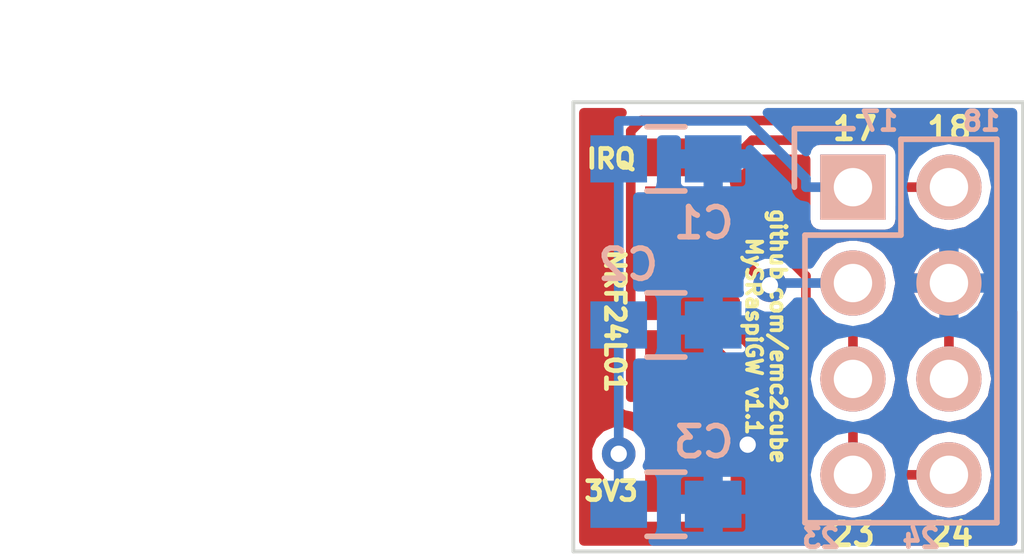
<source format=kicad_pcb>
(kicad_pcb (version 4) (host pcbnew 4.0.4-stable)

  (general
    (links 14)
    (no_connects 0)
    (area 53.949999 34.049999 65.950001 46.050001)
    (thickness 1.6002)
    (drawings 16)
    (tracks 71)
    (zones 0)
    (modules 5)
    (nets 9)
  )

  (page A4)
  (layers
    (0 Top signal)
    (31 Bottom signal)
    (32 B.Adhes user)
    (33 F.Adhes user)
    (34 B.Paste user)
    (35 F.Paste user)
    (36 B.SilkS user)
    (37 F.SilkS user)
    (38 B.Mask user)
    (39 F.Mask user)
    (40 Dwgs.User user)
    (41 Cmts.User user)
    (42 Eco1.User user)
    (43 Eco2.User user)
    (44 Edge.Cuts user)
    (45 Margin user)
    (46 B.CrtYd user)
    (47 F.CrtYd user)
    (48 B.Fab user)
    (49 F.Fab user)
  )

  (setup
    (last_trace_width 0.254)
    (trace_clearance 0.254)
    (zone_clearance 0.1016)
    (zone_45_only no)
    (trace_min 0.1524)
    (segment_width 0.2)
    (edge_width 0.1)
    (via_size 0.889)
    (via_drill 0.4318)
    (via_min_size 0.6858)
    (via_min_drill 0.3302)
    (uvia_size 0.762)
    (uvia_drill 0.508)
    (uvias_allowed no)
    (uvia_min_size 0)
    (uvia_min_drill 0)
    (pcb_text_width 0.3)
    (pcb_text_size 1.5 1.5)
    (mod_edge_width 0.15)
    (mod_text_size 1 1)
    (mod_text_width 0.15)
    (pad_size 1 2)
    (pad_drill 0)
    (pad_to_mask_clearance 0)
    (aux_axis_origin 0 0)
    (visible_elements FFFFFFFF)
    (pcbplotparams
      (layerselection 0x010f0_80000001)
      (usegerberextensions true)
      (excludeedgelayer true)
      (linewidth 0.100000)
      (plotframeref false)
      (viasonmask false)
      (mode 1)
      (useauxorigin false)
      (hpglpennumber 1)
      (hpglpenspeed 20)
      (hpglpendiameter 15)
      (hpglpenoverlay 2)
      (psnegative false)
      (psa4output false)
      (plotreference true)
      (plotvalue true)
      (plotinvisibletext false)
      (padsonsilk false)
      (subtractmaskfromsilk false)
      (outputformat 1)
      (mirror false)
      (drillshape 0)
      (scaleselection 1)
      (outputdirectory ""))
  )

  (net 0 "")
  (net 1 +3V3)
  (net 2 GND)
  (net 3 MOSI)
  (net 4 MISO)
  (net 5 CE)
  (net 6 SCK)
  (net 7 CSN)
  (net 8 IRQ)

  (net_class Default "Ceci est la Netclass par défaut"
    (clearance 0.254)
    (trace_width 0.254)
    (via_dia 0.889)
    (via_drill 0.4318)
    (uvia_dia 0.762)
    (uvia_drill 0.508)
    (add_net +3V3)
    (add_net CE)
    (add_net CSN)
    (add_net GND)
    (add_net IRQ)
    (add_net MISO)
    (add_net MOSI)
    (add_net SCK)
  )

  (net_class VCC ""
    (clearance 0.3048)
    (trace_width 0.508)
    (via_dia 1.143)
    (via_drill 0.635)
    (uvia_dia 0.762)
    (uvia_drill 0.508)
  )

  (module Capacitors_SMD:C_0805_HandSoldering (layer Bottom) (tedit 574AADBC) (tstamp 573AD2DE)
    (at 56.45 35.6)
    (descr "Capacitor SMD 0805, hand soldering")
    (tags "capacitor 0805")
    (path /573AD2DF)
    (attr smd)
    (fp_text reference C1 (at 1 1.7) (layer B.SilkS)
      (effects (font (size 0.8 0.8) (thickness 0.15)) (justify mirror))
    )
    (fp_text value 0.1µF (at 0 -2.1) (layer B.Fab)
      (effects (font (size 1 1) (thickness 0.15)) (justify mirror))
    )
    (fp_line (start -2.3 1) (end 2.3 1) (layer B.CrtYd) (width 0.05))
    (fp_line (start -2.3 -1) (end 2.3 -1) (layer B.CrtYd) (width 0.05))
    (fp_line (start -2.3 1) (end -2.3 -1) (layer B.CrtYd) (width 0.05))
    (fp_line (start 2.3 1) (end 2.3 -1) (layer B.CrtYd) (width 0.05))
    (fp_line (start 0.5 0.85) (end -0.5 0.85) (layer B.SilkS) (width 0.15))
    (fp_line (start -0.5 -0.85) (end 0.5 -0.85) (layer B.SilkS) (width 0.15))
    (pad 1 smd rect (at -1.25 0) (size 1.5 1.25) (layers Bottom B.Paste B.Mask)
      (net 1 +3V3))
    (pad 2 smd rect (at 1.25 0) (size 1.5 1.25) (layers Bottom B.Paste B.Mask)
      (net 2 GND))
    (model Capacitors_SMD.3dshapes/C_0805_HandSoldering.wrl
      (at (xyz 0 0 0))
      (scale (xyz 1 1 1))
      (rotate (xyz 0 0 0))
    )
  )

  (module Capacitors_SMD:C_0805_HandSoldering (layer Bottom) (tedit 574AADD1) (tstamp 573AD2E4)
    (at 56.45 40)
    (descr "Capacitor SMD 0805, hand soldering")
    (tags "capacitor 0805")
    (path /5701C54D)
    (attr smd)
    (fp_text reference C2 (at -1 -1.6) (layer B.SilkS)
      (effects (font (size 0.8 0.8) (thickness 0.15)) (justify mirror))
    )
    (fp_text value 4.7µF (at 0 -2.1) (layer B.Fab)
      (effects (font (size 1 1) (thickness 0.15)) (justify mirror))
    )
    (fp_line (start -2.3 1) (end 2.3 1) (layer B.CrtYd) (width 0.05))
    (fp_line (start -2.3 -1) (end 2.3 -1) (layer B.CrtYd) (width 0.05))
    (fp_line (start -2.3 1) (end -2.3 -1) (layer B.CrtYd) (width 0.05))
    (fp_line (start 2.3 1) (end 2.3 -1) (layer B.CrtYd) (width 0.05))
    (fp_line (start 0.5 0.85) (end -0.5 0.85) (layer B.SilkS) (width 0.15))
    (fp_line (start -0.5 -0.85) (end 0.5 -0.85) (layer B.SilkS) (width 0.15))
    (pad 1 smd rect (at -1.25 0) (size 1.5 1.25) (layers Bottom B.Paste B.Mask)
      (net 1 +3V3))
    (pad 2 smd rect (at 1.25 0) (size 1.5 1.25) (layers Bottom B.Paste B.Mask)
      (net 2 GND))
    (model Capacitors_SMD.3dshapes/C_0805_HandSoldering.wrl
      (at (xyz 0 0 0))
      (scale (xyz 1 1 1))
      (rotate (xyz 0 0 0))
    )
  )

  (module Capacitors_SMD:C_0805_HandSoldering (layer Bottom) (tedit 574AADAF) (tstamp 573AD2EA)
    (at 56.45 44.75)
    (descr "Capacitor SMD 0805, hand soldering")
    (tags "capacitor 0805")
    (path /573AD311)
    (attr smd)
    (fp_text reference C3 (at 1 -1.65) (layer B.SilkS)
      (effects (font (size 0.8 0.8) (thickness 0.15)) (justify mirror))
    )
    (fp_text value 47µF (at 0 -2.1) (layer B.Fab)
      (effects (font (size 1 1) (thickness 0.15)) (justify mirror))
    )
    (fp_line (start -2.3 1) (end 2.3 1) (layer B.CrtYd) (width 0.05))
    (fp_line (start -2.3 -1) (end 2.3 -1) (layer B.CrtYd) (width 0.05))
    (fp_line (start -2.3 1) (end -2.3 -1) (layer B.CrtYd) (width 0.05))
    (fp_line (start 2.3 1) (end 2.3 -1) (layer B.CrtYd) (width 0.05))
    (fp_line (start 0.5 0.85) (end -0.5 0.85) (layer B.SilkS) (width 0.15))
    (fp_line (start -0.5 -0.85) (end 0.5 -0.85) (layer B.SilkS) (width 0.15))
    (pad 1 smd rect (at -1.25 0) (size 1.5 1.25) (layers Bottom B.Paste B.Mask)
      (net 1 +3V3))
    (pad 2 smd rect (at 1.25 0) (size 1.5 1.25) (layers Bottom B.Paste B.Mask)
      (net 2 GND))
    (model Capacitors_SMD.3dshapes/C_0805_HandSoldering.wrl
      (at (xyz 0 0 0))
      (scale (xyz 1 1 1))
      (rotate (xyz 0 0 0))
    )
  )

  (module mysensors_radios:NRF24L01-SMD (layer Top) (tedit 574A82E6) (tstamp 573AD302)
    (at 48.2 40.05 90)
    (path /56F8DB79)
    (fp_text reference U1 (at 0 1.1 90) (layer F.SilkS) hide
      (effects (font (size 1 1) (thickness 0.15)))
    )
    (fp_text value NRF24L01 (at 0 -4.8 90) (layer F.Fab)
      (effects (font (size 1 1) (thickness 0.15)))
    )
    (fp_line (start -6 -2.8) (end 6 -2.8) (layer F.CrtYd) (width 0.15))
    (fp_line (start -6 8.7) (end -6 -9.3) (layer F.CrtYd) (width 0.15))
    (fp_line (start 6 8.7) (end -6 8.7) (layer F.CrtYd) (width 0.15))
    (fp_line (start 6 -9.3) (end 6 8.7) (layer F.CrtYd) (width 0.15))
    (fp_line (start -6 -9.3) (end 6 -9.3) (layer F.CrtYd) (width 0.15))
    (pad 2 smd rect (at -4.4 8.7 90) (size 1 2) (layers Top F.Paste F.Mask)
      (net 1 +3V3))
    (pad 1 smd rect (at -3.13 8.7 90) (size 1 2) (layers Top F.Paste F.Mask)
      (net 2 GND))
    (pad 3 smd rect (at -1.86 8.7 90) (size 1 2) (layers Top F.Paste F.Mask)
      (net 5 CE))
    (pad 4 smd rect (at -0.59 8.7 90) (size 1 2) (layers Top F.Paste F.Mask)
      (net 7 CSN))
    (pad 5 smd rect (at 0.68 8.7 90) (size 1 2) (layers Top F.Paste F.Mask)
      (net 6 SCK))
    (pad 6 smd rect (at 1.95 8.7 90) (size 1 2) (layers Top F.Paste F.Mask)
      (net 3 MOSI))
    (pad 7 smd rect (at 3.22 8.7 90) (size 1 2) (layers Top F.Paste F.Mask)
      (net 4 MISO))
    (pad 8 smd rect (at 4.49 8.7 90) (size 1 2) (layers Top F.Paste F.Mask)
      (net 8 IRQ))
    (model ${MYSLOCAL}/mysensors.3dshapes/mysensors_radios.3dshapes/nrf24smd.wrl
      (at (xyz -5.7625 2.9 0.03))
      (scale (xyz 0.395 0.395 0.395))
      (rotate (xyz 0 0 0))
    )
    (model Housings_DFN_QFN.3dshapes/QFN-20-1EP_5x5mm_Pitch0.65mm.wrl
      (at (xyz 0.0165 -0.109 0.062))
      (scale (xyz 1 1 1))
      (rotate (xyz 0 0 0))
    )
  )

  (module Socket_Strips:Socket_Strip_Straight_2x04 (layer Bottom) (tedit 574CBD7A) (tstamp 574E5455)
    (at 61.4 36.35 270)
    (descr "Through hole socket strip")
    (tags "socket strip")
    (path /573ACFFE)
    (fp_text reference P1 (at 0.05 0 360) (layer B.SilkS) hide
      (effects (font (size 1 1) (thickness 0.15)) (justify mirror))
    )
    (fp_text value CONN_02X04 (at 0 3.1 270) (layer B.Fab)
      (effects (font (size 1 1) (thickness 0.15)) (justify mirror))
    )
    (fp_line (start -1.75 1.75) (end -1.75 -4.3) (layer B.CrtYd) (width 0.05))
    (fp_line (start 9.4 1.75) (end 9.4 -4.3) (layer B.CrtYd) (width 0.05))
    (fp_line (start -1.75 1.75) (end 9.4 1.75) (layer B.CrtYd) (width 0.05))
    (fp_line (start -1.75 -4.3) (end 9.4 -4.3) (layer B.CrtYd) (width 0.05))
    (fp_line (start 1.27 1.27) (end 8.89 1.27) (layer B.SilkS) (width 0.15))
    (fp_line (start 8.89 1.27) (end 8.89 -3.81) (layer B.SilkS) (width 0.15))
    (fp_line (start 8.89 -3.81) (end -1.27 -3.81) (layer B.SilkS) (width 0.15))
    (fp_line (start -1.27 -3.81) (end -1.27 -1.27) (layer B.SilkS) (width 0.15))
    (fp_line (start 0 1.55) (end -1.55 1.55) (layer B.SilkS) (width 0.15))
    (fp_line (start -1.27 -1.27) (end 1.27 -1.27) (layer B.SilkS) (width 0.15))
    (fp_line (start 1.27 -1.27) (end 1.27 1.27) (layer B.SilkS) (width 0.15))
    (fp_line (start -1.55 1.55) (end -1.55 0) (layer B.SilkS) (width 0.15))
    (pad 1 thru_hole rect (at 0 0 270) (size 1.7272 1.7272) (drill 1.016) (layers *.Cu *.Mask B.SilkS)
      (net 1 +3V3))
    (pad 2 thru_hole oval (at 0 -2.54 270) (size 1.7272 1.7272) (drill 1.016) (layers *.Cu *.Mask B.SilkS)
      (net 8 IRQ))
    (pad 3 thru_hole oval (at 2.54 0 270) (size 1.7272 1.7272) (drill 1.016) (layers *.Cu *.Mask B.SilkS)
      (net 3 MOSI))
    (pad 4 thru_hole oval (at 2.54 -2.54 270) (size 1.7272 1.7272) (drill 1.016) (layers *.Cu *.Mask B.SilkS)
      (net 2 GND))
    (pad 5 thru_hole oval (at 5.08 0 270) (size 1.7272 1.7272) (drill 1.016) (layers *.Cu *.Mask B.SilkS)
      (net 4 MISO))
    (pad 6 thru_hole oval (at 5.08 -2.54 270) (size 1.7272 1.7272) (drill 1.016) (layers *.Cu *.Mask B.SilkS)
      (net 5 CE))
    (pad 7 thru_hole oval (at 7.62 0 270) (size 1.7272 1.7272) (drill 1.016) (layers *.Cu *.Mask B.SilkS)
      (net 6 SCK))
    (pad 8 thru_hole oval (at 7.62 -2.54 270) (size 1.7272 1.7272) (drill 1.016) (layers *.Cu *.Mask B.SilkS)
      (net 7 CSN))
    (model Socket_Strips.3dshapes/Socket_Strip_Straight_2x04.wrl
      (at (xyz 0.15 -0.05 0))
      (scale (xyz 1 1 1))
      (rotate (xyz 0 0 180))
    )
  )

  (gr_line (start 65.9 46) (end 54 46) (angle 90) (layer Edge.Cuts) (width 0.1))
  (gr_line (start 65.9 34.1) (end 54 34.1) (angle 90) (layer Edge.Cuts) (width 0.1))
  (gr_line (start 65.9 46) (end 65.9 34.1) (angle 90) (layer Edge.Cuts) (width 0.1))
  (gr_line (start 54 46) (end 54 34.1) (angle 90) (layer Edge.Cuts) (width 0.1))
  (gr_text 3V3 (at 55 44.4) (layer F.SilkS)
    (effects (font (size 0.5 0.5) (thickness 0.125)))
  )
  (gr_text IRQ (at 55 35.6) (layer F.SilkS)
    (effects (font (size 0.5 0.5) (thickness 0.125)))
  )
  (gr_text NRF24L01 (at 55.1 39.9 270) (layer F.SilkS)
    (effects (font (size 0.5 0.5) (thickness 0.125)))
  )
  (gr_text "github.com/emc2cube\nMySRaspiGW v1.1" (at 59.1 40.3 270) (layer F.SilkS)
    (effects (font (size 0.4 0.4) (thickness 0.1)))
  )
  (gr_text 23 (at 60.55 45.65) (layer B.SilkS)
    (effects (font (size 0.5 0.5) (thickness 0.125)) (justify mirror))
  )
  (gr_text 24 (at 63.2 45.65) (layer B.SilkS)
    (effects (font (size 0.5 0.5) (thickness 0.125)) (justify mirror))
  )
  (gr_text 18 (at 63.95 34.8) (layer F.SilkS)
    (effects (font (size 0.6 0.6) (thickness 0.125)))
  )
  (gr_text 17 (at 61.45 34.8) (layer F.SilkS)
    (effects (font (size 0.6 0.6) (thickness 0.125)))
  )
  (gr_text 23 (at 61.4 45.55) (layer F.SilkS)
    (effects (font (size 0.6 0.6) (thickness 0.125)))
  )
  (gr_text 24 (at 64 45.55) (layer F.SilkS)
    (effects (font (size 0.6 0.6) (thickness 0.125)))
  )
  (gr_text 18 (at 64.8 34.6) (layer B.SilkS)
    (effects (font (size 0.5 0.5) (thickness 0.125)) (justify mirror))
  )
  (gr_text 17 (at 62.1 34.6) (layer B.SilkS)
    (effects (font (size 0.5 0.5) (thickness 0.125)) (justify mirror))
  )

  (via (at 55.2 43.4131) (size 0.889) (layers Top Bottom) (net 1))
  (segment (start 55.2 35.6) (end 55.2 36.6063) (width 0.254) (layer Bottom) (net 1))
  (segment (start 58.6322 34.5937) (end 55.2 34.5937) (width 0.254) (layer Bottom) (net 1))
  (segment (start 60.1551 36.1166) (end 58.6322 34.5937) (width 0.254) (layer Bottom) (net 1))
  (segment (start 60.1551 36.35) (end 60.1551 36.1166) (width 0.254) (layer Bottom) (net 1))
  (segment (start 61.4 36.35) (end 60.1551 36.35) (width 0.254) (layer Bottom) (net 1))
  (segment (start 55.2 35.6) (end 55.2 34.5937) (width 0.254) (layer Bottom) (net 1))
  (segment (start 55.2 36.6063) (end 55.2 40) (width 0.254) (layer Bottom) (net 1))
  (segment (start 56.9 44.45) (end 55.5187 44.45) (width 0.254) (layer Top) (net 1))
  (segment (start 55.2 40) (end 55.2 43.4131) (width 0.254) (layer Bottom) (net 1))
  (segment (start 55.2 43.4131) (end 55.2 44.75) (width 0.254) (layer Bottom) (net 1))
  (segment (start 55.2 44.1313) (end 55.2 43.4131) (width 0.254) (layer Top) (net 1))
  (segment (start 55.5187 44.45) (end 55.2 44.1313) (width 0.254) (layer Top) (net 1))
  (via (at 58.6137 43.1714) (size 0.889) (layers Top Bottom) (net 2))
  (segment (start 57.7 40) (end 57.7499 40) (width 0.254) (layer Bottom) (net 2))
  (segment (start 58.2899 43.1714) (end 58.2813 43.18) (width 0.254) (layer Top) (net 2))
  (segment (start 58.6137 43.1714) (end 58.2899 43.1714) (width 0.254) (layer Top) (net 2))
  (segment (start 56.9 43.18) (end 58.2813 43.18) (width 0.254) (layer Top) (net 2))
  (segment (start 57.7499 43.1714) (end 58.6137 43.1714) (width 0.254) (layer Bottom) (net 2))
  (segment (start 57.7499 43.6938) (end 57.7 43.7437) (width 0.254) (layer Bottom) (net 2))
  (segment (start 57.7499 43.1714) (end 57.7499 43.6938) (width 0.254) (layer Bottom) (net 2))
  (segment (start 57.7 44.75) (end 57.7 43.7437) (width 0.254) (layer Bottom) (net 2))
  (segment (start 63.94 38.89) (end 62.6951 38.89) (width 0.254) (layer Bottom) (net 2))
  (segment (start 57.7 35.6) (end 57.7 36.6063) (width 0.254) (layer Bottom) (net 2))
  (segment (start 57.7499 43.1714) (end 57.7499 40) (width 0.254) (layer Bottom) (net 2))
  (segment (start 57.7499 38.634) (end 58.7388 37.6451) (width 0.254) (layer Bottom) (net 2))
  (segment (start 57.7499 40) (end 57.7499 38.634) (width 0.254) (layer Bottom) (net 2))
  (segment (start 61.9171 37.6451) (end 58.7388 37.6451) (width 0.254) (layer Bottom) (net 2))
  (segment (start 62.6951 38.4231) (end 61.9171 37.6451) (width 0.254) (layer Bottom) (net 2))
  (segment (start 62.6951 38.89) (end 62.6951 38.4231) (width 0.254) (layer Bottom) (net 2))
  (segment (start 58.7388 37.6451) (end 57.7 36.6063) (width 0.254) (layer Bottom) (net 2))
  (via (at 59.2017 38.9473) (size 0.889) (layers Top Bottom) (net 3))
  (segment (start 56.9 38.1) (end 58.2813 38.1) (width 0.254) (layer Top) (net 3))
  (segment (start 59.259 38.89) (end 59.2017 38.9473) (width 0.254) (layer Bottom) (net 3))
  (segment (start 61.4 38.89) (end 59.259 38.89) (width 0.254) (layer Bottom) (net 3))
  (segment (start 59.1286 38.9473) (end 59.2017 38.9473) (width 0.254) (layer Top) (net 3))
  (segment (start 58.2813 38.1) (end 59.1286 38.9473) (width 0.254) (layer Top) (net 3))
  (segment (start 60.1551 38.7038) (end 58.2813 36.83) (width 0.254) (layer Top) (net 4))
  (segment (start 60.1551 39.4071) (end 60.1551 38.7038) (width 0.254) (layer Top) (net 4))
  (segment (start 60.9331 40.1851) (end 60.1551 39.4071) (width 0.254) (layer Top) (net 4))
  (segment (start 61.4 40.1851) (end 60.9331 40.1851) (width 0.254) (layer Top) (net 4))
  (segment (start 61.4 41.43) (end 61.4 40.1851) (width 0.254) (layer Top) (net 4))
  (segment (start 56.9 36.83) (end 58.2813 36.83) (width 0.254) (layer Top) (net 4))
  (segment (start 55.5187 34.8653) (end 55.5187 41.91) (width 0.254) (layer Top) (net 5))
  (segment (start 55.7999 34.5841) (end 55.5187 34.8653) (width 0.254) (layer Top) (net 5))
  (segment (start 63.988 34.5841) (end 55.7999 34.5841) (width 0.254) (layer Top) (net 5))
  (segment (start 65.1922 35.7883) (end 63.988 34.5841) (width 0.254) (layer Top) (net 5))
  (segment (start 65.1922 39.3997) (end 65.1922 35.7883) (width 0.254) (layer Top) (net 5))
  (segment (start 64.4068 40.1851) (end 65.1922 39.3997) (width 0.254) (layer Top) (net 5))
  (segment (start 63.94 40.1851) (end 64.4068 40.1851) (width 0.254) (layer Top) (net 5))
  (segment (start 63.94 41.43) (end 63.94 40.1851) (width 0.254) (layer Top) (net 5))
  (segment (start 56.9 41.91) (end 55.5187 41.91) (width 0.254) (layer Top) (net 5))
  (segment (start 58.2813 40.1508) (end 58.2813 39.37) (width 0.254) (layer Top) (net 6))
  (segment (start 60.8556 42.7251) (end 58.2813 40.1508) (width 0.254) (layer Top) (net 6))
  (segment (start 61.4 42.7251) (end 60.8556 42.7251) (width 0.254) (layer Top) (net 6))
  (segment (start 61.4 43.97) (end 61.4 42.7251) (width 0.254) (layer Top) (net 6))
  (segment (start 56.9 39.37) (end 58.2813 39.37) (width 0.254) (layer Top) (net 6))
  (segment (start 57.7704 40.64) (end 56.9 40.64) (width 0.254) (layer Top) (net 7))
  (segment (start 59.757 42.6266) (end 57.7704 40.64) (width 0.254) (layer Top) (net 7))
  (segment (start 59.757 44.1183) (end 59.757 42.6266) (width 0.254) (layer Top) (net 7))
  (segment (start 60.8726 45.2339) (end 59.757 44.1183) (width 0.254) (layer Top) (net 7))
  (segment (start 61.898 45.2339) (end 60.8726 45.2339) (width 0.254) (layer Top) (net 7))
  (segment (start 62.6951 44.4368) (end 61.898 45.2339) (width 0.254) (layer Top) (net 7))
  (segment (start 62.6951 43.97) (end 62.6951 44.4368) (width 0.254) (layer Top) (net 7))
  (segment (start 63.94 43.97) (end 62.6951 43.97) (width 0.254) (layer Top) (net 7))
  (segment (start 58.7363 35.105) (end 58.2813 35.56) (width 0.254) (layer Top) (net 8))
  (segment (start 62.4616 35.105) (end 58.7363 35.105) (width 0.254) (layer Top) (net 8))
  (segment (start 62.6951 35.3385) (end 62.4616 35.105) (width 0.254) (layer Top) (net 8))
  (segment (start 62.6951 36.35) (end 62.6951 35.3385) (width 0.254) (layer Top) (net 8))
  (segment (start 63.94 36.35) (end 62.6951 36.35) (width 0.254) (layer Top) (net 8))
  (segment (start 56.9 35.56) (end 58.2813 35.56) (width 0.254) (layer Top) (net 8))

  (zone (net 2) (net_name GND) (layer Top) (tstamp 58C6C515) (hatch edge 0.508)
    (connect_pads (clearance 0.1016))
    (min_thickness 0.254)
    (fill yes (arc_segments 16) (thermal_gap 0.1016) (thermal_bridge_width 0.508))
    (polygon
      (pts
        (xy 65.8 34.2) (xy 54.1 34.2) (xy 54.1 45.9) (xy 65.8 45.9)
      )
    )
    (filled_polygon
      (pts
        (xy 55.15949 34.50609) (xy 55.049369 34.670897) (xy 55.0107 34.8653) (xy 55.0107 41.91) (xy 55.049369 42.104403)
        (xy 55.15949 42.26921) (xy 55.324297 42.379331) (xy 55.512821 42.416831) (xy 55.538103 42.55119) (xy 55.621546 42.680865)
        (xy 55.6714 42.714929) (xy 55.6714 42.71687) (xy 55.668219 42.713683) (xy 55.364923 42.587743) (xy 55.036518 42.587457)
        (xy 54.733002 42.712867) (xy 54.500583 42.944881) (xy 54.374643 43.248177) (xy 54.374357 43.576582) (xy 54.499767 43.880098)
        (xy 54.692 44.072667) (xy 54.692 44.1313) (xy 54.730669 44.325703) (xy 54.84079 44.49051) (xy 55.15949 44.80921)
        (xy 55.324297 44.919331) (xy 55.512821 44.956831) (xy 55.538103 45.09119) (xy 55.621546 45.220865) (xy 55.748866 45.307859)
        (xy 55.9 45.338464) (xy 57.9 45.338464) (xy 58.04119 45.311897) (xy 58.170865 45.228454) (xy 58.257859 45.101134)
        (xy 58.288464 44.95) (xy 58.288464 43.95) (xy 58.261897 43.80881) (xy 58.178454 43.679135) (xy 58.1286 43.645071)
        (xy 58.1286 43.36415) (xy 58.07145 43.307) (xy 57.027 43.307) (xy 57.027 43.327) (xy 56.773 43.327)
        (xy 56.773 43.307) (xy 56.753 43.307) (xy 56.753 43.053) (xy 56.773 43.053) (xy 56.773 43.033)
        (xy 57.027 43.033) (xy 57.027 43.053) (xy 58.07145 43.053) (xy 58.1286 42.99585) (xy 58.1286 42.715651)
        (xy 58.170865 42.688454) (xy 58.257859 42.561134) (xy 58.288464 42.41) (xy 58.288464 41.876484) (xy 59.249 42.83702)
        (xy 59.249 44.1183) (xy 59.287669 44.312703) (xy 59.39779 44.47751) (xy 60.51339 45.59311) (xy 60.678197 45.703231)
        (xy 60.769539 45.7214) (xy 54.2786 45.7214) (xy 54.2786 34.3786) (xy 55.28698 34.3786)
      )
    )
    (filled_polygon
      (pts
        (xy 60.147936 37.2136) (xy 60.174503 37.35479) (xy 60.257946 37.484465) (xy 60.385266 37.571459) (xy 60.5364 37.602064)
        (xy 62.2636 37.602064) (xy 62.40479 37.575497) (xy 62.534465 37.492054) (xy 62.621459 37.364734) (xy 62.652064 37.2136)
        (xy 62.652064 36.84944) (xy 62.6951 36.858) (xy 62.795037 36.858) (xy 63.059935 37.254448) (xy 63.463712 37.524243)
        (xy 63.94 37.618983) (xy 64.416288 37.524243) (xy 64.6842 37.34523) (xy 64.6842 38.116957) (xy 64.474886 37.937726)
        (xy 64.235135 37.838432) (xy 64.067 37.862771) (xy 64.067 38.763) (xy 64.087 38.763) (xy 64.087 39.017)
        (xy 64.067 39.017) (xy 64.067 39.037) (xy 63.813 39.037) (xy 63.813 39.017) (xy 62.912346 39.017)
        (xy 62.888419 39.185137) (xy 63.08141 39.565094) (xy 63.405114 39.842274) (xy 63.534138 39.89571) (xy 63.470669 39.990697)
        (xy 63.432 40.1851) (xy 63.432 40.276946) (xy 63.059935 40.525552) (xy 62.79014 40.929329) (xy 62.6954 41.405617)
        (xy 62.6954 41.454383) (xy 62.79014 41.930671) (xy 63.059935 42.334448) (xy 63.463712 42.604243) (xy 63.94 42.698983)
        (xy 64.416288 42.604243) (xy 64.820065 42.334448) (xy 65.08986 41.930671) (xy 65.1846 41.454383) (xy 65.1846 41.405617)
        (xy 65.08986 40.929329) (xy 64.820065 40.525552) (xy 64.798906 40.511414) (xy 65.55141 39.75891) (xy 65.6214 39.654164)
        (xy 65.6214 45.7214) (xy 62.001061 45.7214) (xy 62.092403 45.703231) (xy 62.25721 45.59311) (xy 63.026264 44.824056)
        (xy 63.059935 44.874448) (xy 63.463712 45.144243) (xy 63.94 45.238983) (xy 64.416288 45.144243) (xy 64.820065 44.874448)
        (xy 65.08986 44.470671) (xy 65.1846 43.994383) (xy 65.1846 43.945617) (xy 65.08986 43.469329) (xy 64.820065 43.065552)
        (xy 64.416288 42.795757) (xy 63.94 42.701017) (xy 63.463712 42.795757) (xy 63.059935 43.065552) (xy 62.795037 43.462)
        (xy 62.6951 43.462) (xy 62.553986 43.490069) (xy 62.54986 43.469329) (xy 62.280065 43.065552) (xy 61.908 42.816946)
        (xy 61.908 42.7251) (xy 61.88306 42.599718) (xy 62.280065 42.334448) (xy 62.54986 41.930671) (xy 62.6446 41.454383)
        (xy 62.6446 41.405617) (xy 62.54986 40.929329) (xy 62.280065 40.525552) (xy 61.908 40.276946) (xy 61.908 40.1851)
        (xy 61.88306 40.059718) (xy 62.280065 39.794448) (xy 62.54986 39.390671) (xy 62.6446 38.914383) (xy 62.6446 38.865617)
        (xy 62.590744 38.594863) (xy 62.888419 38.594863) (xy 62.912346 38.763) (xy 63.813 38.763) (xy 63.813 37.862771)
        (xy 63.644865 37.838432) (xy 63.405114 37.937726) (xy 63.08141 38.214906) (xy 62.888419 38.594863) (xy 62.590744 38.594863)
        (xy 62.54986 38.389329) (xy 62.280065 37.985552) (xy 61.876288 37.715757) (xy 61.4 37.621017) (xy 60.923712 37.715757)
        (xy 60.519935 37.985552) (xy 60.373872 38.204151) (xy 58.64051 36.47079) (xy 58.475703 36.360669) (xy 58.287179 36.323169)
        (xy 58.262129 36.190045) (xy 58.287077 36.066851) (xy 58.475703 36.029331) (xy 58.64051 35.91921) (xy 58.94672 35.613)
        (xy 60.147936 35.613)
      )
    )
  )
  (zone (net 2) (net_name GND) (layer Bottom) (tstamp 58C6C515) (hatch edge 0.508)
    (connect_pads (clearance 0.1016))
    (min_thickness 0.254)
    (fill yes (arc_segments 16) (thermal_gap 0.1016) (thermal_bridge_width 0.508))
    (polygon
      (pts
        (xy 65.8 34.2) (xy 54.1 34.2) (xy 54.1 45.9) (xy 65.8 45.9)
      )
    )
    (filled_polygon
      (pts
        (xy 65.6214 45.7214) (xy 56.115273 45.7214) (xy 56.220865 45.653454) (xy 56.307859 45.526134) (xy 56.338464 45.375)
        (xy 56.338464 44.93415) (xy 56.7214 44.93415) (xy 56.7214 45.420472) (xy 56.756203 45.504492) (xy 56.820509 45.568798)
        (xy 56.904529 45.6036) (xy 57.51585 45.6036) (xy 57.573 45.54645) (xy 57.573 44.877) (xy 57.827 44.877)
        (xy 57.827 45.54645) (xy 57.88415 45.6036) (xy 58.495471 45.6036) (xy 58.579491 45.568798) (xy 58.643797 45.504492)
        (xy 58.6786 45.420472) (xy 58.6786 44.93415) (xy 58.62145 44.877) (xy 57.827 44.877) (xy 57.573 44.877)
        (xy 56.77855 44.877) (xy 56.7214 44.93415) (xy 56.338464 44.93415) (xy 56.338464 44.125) (xy 56.329908 44.079528)
        (xy 56.7214 44.079528) (xy 56.7214 44.56585) (xy 56.77855 44.623) (xy 57.573 44.623) (xy 57.573 43.95355)
        (xy 57.827 43.95355) (xy 57.827 44.623) (xy 58.62145 44.623) (xy 58.6786 44.56585) (xy 58.6786 44.079528)
        (xy 58.643797 43.995508) (xy 58.593906 43.945617) (xy 60.1554 43.945617) (xy 60.1554 43.994383) (xy 60.25014 44.470671)
        (xy 60.519935 44.874448) (xy 60.923712 45.144243) (xy 61.4 45.238983) (xy 61.876288 45.144243) (xy 62.280065 44.874448)
        (xy 62.54986 44.470671) (xy 62.6446 43.994383) (xy 62.6446 43.945617) (xy 62.6954 43.945617) (xy 62.6954 43.994383)
        (xy 62.79014 44.470671) (xy 63.059935 44.874448) (xy 63.463712 45.144243) (xy 63.94 45.238983) (xy 64.416288 45.144243)
        (xy 64.820065 44.874448) (xy 65.08986 44.470671) (xy 65.1846 43.994383) (xy 65.1846 43.945617) (xy 65.08986 43.469329)
        (xy 64.820065 43.065552) (xy 64.416288 42.795757) (xy 63.94 42.701017) (xy 63.463712 42.795757) (xy 63.059935 43.065552)
        (xy 62.79014 43.469329) (xy 62.6954 43.945617) (xy 62.6446 43.945617) (xy 62.54986 43.469329) (xy 62.280065 43.065552)
        (xy 61.876288 42.795757) (xy 61.4 42.701017) (xy 60.923712 42.795757) (xy 60.519935 43.065552) (xy 60.25014 43.469329)
        (xy 60.1554 43.945617) (xy 58.593906 43.945617) (xy 58.579491 43.931202) (xy 58.495471 43.8964) (xy 57.88415 43.8964)
        (xy 57.827 43.95355) (xy 57.573 43.95355) (xy 57.51585 43.8964) (xy 56.904529 43.8964) (xy 56.820509 43.931202)
        (xy 56.756203 43.995508) (xy 56.7214 44.079528) (xy 56.329908 44.079528) (xy 56.311897 43.98381) (xy 56.228454 43.854135)
        (xy 56.101134 43.767141) (xy 55.958797 43.738317) (xy 56.025357 43.578023) (xy 56.025643 43.249618) (xy 55.900233 42.946102)
        (xy 55.708 42.753533) (xy 55.708 41.405617) (xy 60.1554 41.405617) (xy 60.1554 41.454383) (xy 60.25014 41.930671)
        (xy 60.519935 42.334448) (xy 60.923712 42.604243) (xy 61.4 42.698983) (xy 61.876288 42.604243) (xy 62.280065 42.334448)
        (xy 62.54986 41.930671) (xy 62.6446 41.454383) (xy 62.6446 41.405617) (xy 62.6954 41.405617) (xy 62.6954 41.454383)
        (xy 62.79014 41.930671) (xy 63.059935 42.334448) (xy 63.463712 42.604243) (xy 63.94 42.698983) (xy 64.416288 42.604243)
        (xy 64.820065 42.334448) (xy 65.08986 41.930671) (xy 65.1846 41.454383) (xy 65.1846 41.405617) (xy 65.08986 40.929329)
        (xy 64.820065 40.525552) (xy 64.416288 40.255757) (xy 63.94 40.161017) (xy 63.463712 40.255757) (xy 63.059935 40.525552)
        (xy 62.79014 40.929329) (xy 62.6954 41.405617) (xy 62.6446 41.405617) (xy 62.54986 40.929329) (xy 62.280065 40.525552)
        (xy 61.876288 40.255757) (xy 61.4 40.161017) (xy 60.923712 40.255757) (xy 60.519935 40.525552) (xy 60.25014 40.929329)
        (xy 60.1554 41.405617) (xy 55.708 41.405617) (xy 55.708 41.013464) (xy 55.95 41.013464) (xy 56.09119 40.986897)
        (xy 56.220865 40.903454) (xy 56.307859 40.776134) (xy 56.338464 40.625) (xy 56.338464 40.18415) (xy 56.7214 40.18415)
        (xy 56.7214 40.670472) (xy 56.756203 40.754492) (xy 56.820509 40.818798) (xy 56.904529 40.8536) (xy 57.51585 40.8536)
        (xy 57.573 40.79645) (xy 57.573 40.127) (xy 57.827 40.127) (xy 57.827 40.79645) (xy 57.88415 40.8536)
        (xy 58.495471 40.8536) (xy 58.579491 40.818798) (xy 58.643797 40.754492) (xy 58.6786 40.670472) (xy 58.6786 40.18415)
        (xy 58.62145 40.127) (xy 57.827 40.127) (xy 57.573 40.127) (xy 56.77855 40.127) (xy 56.7214 40.18415)
        (xy 56.338464 40.18415) (xy 56.338464 39.375) (xy 56.329908 39.329528) (xy 56.7214 39.329528) (xy 56.7214 39.81585)
        (xy 56.77855 39.873) (xy 57.573 39.873) (xy 57.573 39.20355) (xy 57.827 39.20355) (xy 57.827 39.873)
        (xy 58.62145 39.873) (xy 58.6786 39.81585) (xy 58.6786 39.59174) (xy 58.733481 39.646717) (xy 59.036777 39.772657)
        (xy 59.365182 39.772943) (xy 59.668698 39.647533) (xy 59.901117 39.415519) (xy 59.908392 39.398) (xy 60.255037 39.398)
        (xy 60.519935 39.794448) (xy 60.923712 40.064243) (xy 61.4 40.158983) (xy 61.876288 40.064243) (xy 62.280065 39.794448)
        (xy 62.54986 39.390671) (xy 62.590743 39.185137) (xy 62.888419 39.185137) (xy 63.08141 39.565094) (xy 63.405114 39.842274)
        (xy 63.644865 39.941568) (xy 63.813 39.917229) (xy 63.813 39.017) (xy 64.067 39.017) (xy 64.067 39.917229)
        (xy 64.235135 39.941568) (xy 64.474886 39.842274) (xy 64.79859 39.565094) (xy 64.991581 39.185137) (xy 64.967654 39.017)
        (xy 64.067 39.017) (xy 63.813 39.017) (xy 62.912346 39.017) (xy 62.888419 39.185137) (xy 62.590743 39.185137)
        (xy 62.6446 38.914383) (xy 62.6446 38.865617) (xy 62.590744 38.594863) (xy 62.888419 38.594863) (xy 62.912346 38.763)
        (xy 63.813 38.763) (xy 63.813 37.862771) (xy 64.067 37.862771) (xy 64.067 38.763) (xy 64.967654 38.763)
        (xy 64.991581 38.594863) (xy 64.79859 38.214906) (xy 64.474886 37.937726) (xy 64.235135 37.838432) (xy 64.067 37.862771)
        (xy 63.813 37.862771) (xy 63.644865 37.838432) (xy 63.405114 37.937726) (xy 63.08141 38.214906) (xy 62.888419 38.594863)
        (xy 62.590744 38.594863) (xy 62.54986 38.389329) (xy 62.280065 37.985552) (xy 61.876288 37.715757) (xy 61.4 37.621017)
        (xy 60.923712 37.715757) (xy 60.519935 37.985552) (xy 60.255037 38.382) (xy 59.803802 38.382) (xy 59.669919 38.247883)
        (xy 59.366623 38.121943) (xy 59.038218 38.121657) (xy 58.734702 38.247067) (xy 58.502283 38.479081) (xy 58.376343 38.782377)
        (xy 58.376057 39.110782) (xy 58.390774 39.1464) (xy 57.88415 39.1464) (xy 57.827 39.20355) (xy 57.573 39.20355)
        (xy 57.51585 39.1464) (xy 56.904529 39.1464) (xy 56.820509 39.181202) (xy 56.756203 39.245508) (xy 56.7214 39.329528)
        (xy 56.329908 39.329528) (xy 56.311897 39.23381) (xy 56.228454 39.104135) (xy 56.101134 39.017141) (xy 55.95 38.986536)
        (xy 55.708 38.986536) (xy 55.708 36.613464) (xy 55.95 36.613464) (xy 56.09119 36.586897) (xy 56.220865 36.503454)
        (xy 56.307859 36.376134) (xy 56.338464 36.225) (xy 56.338464 35.78415) (xy 56.7214 35.78415) (xy 56.7214 36.270472)
        (xy 56.756203 36.354492) (xy 56.820509 36.418798) (xy 56.904529 36.4536) (xy 57.51585 36.4536) (xy 57.573 36.39645)
        (xy 57.573 35.727) (xy 57.827 35.727) (xy 57.827 36.39645) (xy 57.88415 36.4536) (xy 58.495471 36.4536)
        (xy 58.579491 36.418798) (xy 58.643797 36.354492) (xy 58.6786 36.270472) (xy 58.6786 35.78415) (xy 58.62145 35.727)
        (xy 57.827 35.727) (xy 57.573 35.727) (xy 56.77855 35.727) (xy 56.7214 35.78415) (xy 56.338464 35.78415)
        (xy 56.338464 35.1017) (xy 56.7214 35.1017) (xy 56.7214 35.41585) (xy 56.77855 35.473) (xy 57.573 35.473)
        (xy 57.573 35.453) (xy 57.827 35.453) (xy 57.827 35.473) (xy 58.62145 35.473) (xy 58.6786 35.41585)
        (xy 58.6786 35.35852) (xy 59.6471 36.32702) (xy 59.6471 36.35) (xy 59.685769 36.544403) (xy 59.79589 36.70921)
        (xy 59.960697 36.819331) (xy 60.147936 36.856575) (xy 60.147936 37.2136) (xy 60.174503 37.35479) (xy 60.257946 37.484465)
        (xy 60.385266 37.571459) (xy 60.5364 37.602064) (xy 62.2636 37.602064) (xy 62.40479 37.575497) (xy 62.534465 37.492054)
        (xy 62.621459 37.364734) (xy 62.652064 37.2136) (xy 62.652064 36.325617) (xy 62.6954 36.325617) (xy 62.6954 36.374383)
        (xy 62.79014 36.850671) (xy 63.059935 37.254448) (xy 63.463712 37.524243) (xy 63.94 37.618983) (xy 64.416288 37.524243)
        (xy 64.820065 37.254448) (xy 65.08986 36.850671) (xy 65.1846 36.374383) (xy 65.1846 36.325617) (xy 65.08986 35.849329)
        (xy 64.820065 35.445552) (xy 64.416288 35.175757) (xy 63.94 35.081017) (xy 63.463712 35.175757) (xy 63.059935 35.445552)
        (xy 62.79014 35.849329) (xy 62.6954 36.325617) (xy 62.652064 36.325617) (xy 62.652064 35.4864) (xy 62.625497 35.34521)
        (xy 62.542054 35.215535) (xy 62.414734 35.128541) (xy 62.2636 35.097936) (xy 60.5364 35.097936) (xy 60.39521 35.124503)
        (xy 60.265535 35.207946) (xy 60.178541 35.335266) (xy 60.163999 35.407079) (xy 59.13552 34.3786) (xy 65.6214 34.3786)
      )
    )
  )
)

</source>
